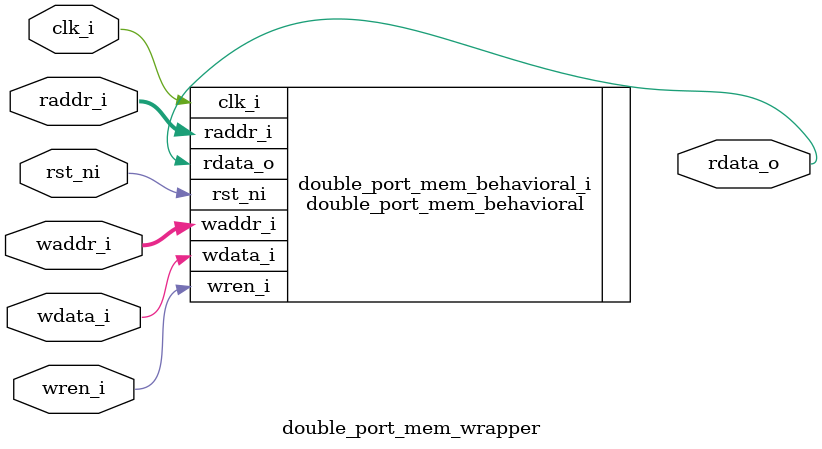
<source format=sv>

`include "e_gpu.vh"

module double_port_mem_wrapper #(
    parameter DATAW   = 1,
    parameter SIZE    = 1,
    parameter OUT_REG = 0,
    parameter ADDRW   = $clog2(SIZE)
)(
    input  logic             clk_i,
    input  logic             rst_ni,
    input  logic             wren_i,
    input  logic [ADDRW-1:0] waddr_i,
    input  logic [DATAW-1:0] wdata_i,
    input  logic [ADDRW-1:0] raddr_i,
    output logic [DATAW-1:0] rdata_o
);

    double_port_mem_behavioral #(
        .DATAW   (DATAW),
        .SIZE    (SIZE),
        .OUT_REG (OUT_REG)
    ) double_port_mem_behavioral_i (
        .clk_i   (clk_i),
        .rst_ni  (rst_ni),
        .wren_i  (wren_i),
        .waddr_i (waddr_i),
        .wdata_i (wdata_i),
        .raddr_i (raddr_i),
        .rdata_o (rdata_o)
    );

endmodule

</source>
